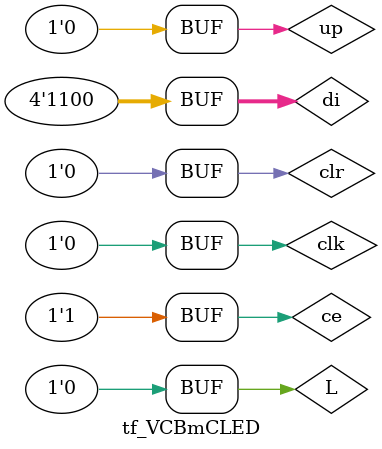
<source format=v>
`timescale 1ns / 1ps


module tf_VCBmCLED;

	// Inputs
	reg ce;
	reg up;
	reg [3:0] di;
	reg L;
	reg clk;
	reg clr;

	// Outputs
	wire [3:0] Q;
	wire CEO;
	wire TC;

	// Instantiate the Unit Under Test (UUT)
	VCBmCLED uut (
		.ce(ce), 
		.Q(Q), 
		.up(up), 
		.CEO(CEO), 
		.di(di), 
		.TC(TC), 
		.L(L), 
		.clk(clk), 
		.clr(clr)
	);

	parameter Tclk=20; //Ïåðèîä ñèãíàëà ñèíõðîíèçàöèè 20 íñ
	always begin clk=1; #(Tclk/2); clk=0; #(Tclk/2); end

	initial begin
		// Initialize Inputs
		ce = 0;
		up = 1;
		di = 0;
		L = 0;
		clr = 0;

		// Wait 100 ns for global reset to finish
		#50; ce = 1;
		#50; clr = 1; 
		#20; clr = 0;
		#20; L = 1; di = 12;
		#10; L = 0;
		#50; ce = 0; clr = 1; 
		#20; clr = 0;
		#50; ce = 1; 
		#100; up = 0;		
		// Add stimulus here

	end
      
endmodule


</source>
